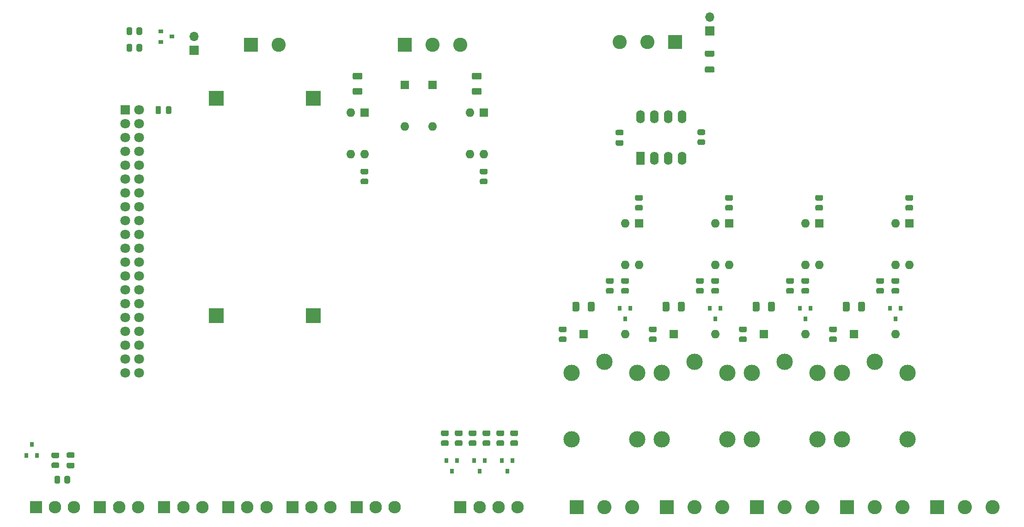
<source format=gbr>
%TF.GenerationSoftware,KiCad,Pcbnew,(5.1.10)-1*%
%TF.CreationDate,2021-11-14T18:54:03+01:00*%
%TF.ProjectId,RPi_ControllerBoard,5250695f-436f-46e7-9472-6f6c6c657242,01*%
%TF.SameCoordinates,Original*%
%TF.FileFunction,Soldermask,Top*%
%TF.FilePolarity,Negative*%
%FSLAX46Y46*%
G04 Gerber Fmt 4.6, Leading zero omitted, Abs format (unit mm)*
G04 Created by KiCad (PCBNEW (5.1.10)-1) date 2021-11-14 18:54:03*
%MOMM*%
%LPD*%
G01*
G04 APERTURE LIST*
%ADD10R,0.800000X0.900000*%
%ADD11O,1.600000X1.600000*%
%ADD12R,1.600000X1.600000*%
%ADD13R,2.600000X2.600000*%
%ADD14C,2.600000*%
%ADD15C,2.300000*%
%ADD16R,2.300000X2.300000*%
%ADD17R,1.700000X1.700000*%
%ADD18O,1.700000X1.700000*%
%ADD19C,3.000000*%
%ADD20R,0.900000X0.800000*%
%ADD21R,2.800000X2.800000*%
%ADD22R,1.800000X1.800000*%
%ADD23C,1.800000*%
%ADD24R,1.600000X2.400000*%
%ADD25O,1.600000X2.400000*%
G04 APERTURE END LIST*
%TO.C,R11*%
G36*
G01*
X187588999Y-57542000D02*
X188839001Y-57542000D01*
G75*
G02*
X189089000Y-57791999I0J-249999D01*
G01*
X189089000Y-58417001D01*
G75*
G02*
X188839001Y-58667000I-249999J0D01*
G01*
X187588999Y-58667000D01*
G75*
G02*
X187339000Y-58417001I0J249999D01*
G01*
X187339000Y-57791999D01*
G75*
G02*
X187588999Y-57542000I249999J0D01*
G01*
G37*
G36*
G01*
X187588999Y-54617000D02*
X188839001Y-54617000D01*
G75*
G02*
X189089000Y-54866999I0J-249999D01*
G01*
X189089000Y-55492001D01*
G75*
G02*
X188839001Y-55742000I-249999J0D01*
G01*
X187588999Y-55742000D01*
G75*
G02*
X187339000Y-55492001I0J249999D01*
G01*
X187339000Y-54866999D01*
G75*
G02*
X187588999Y-54617000I249999J0D01*
G01*
G37*
%TD*%
%TO.C,C1*%
G36*
G01*
X70645000Y-130244000D02*
X71595000Y-130244000D01*
G75*
G02*
X71845000Y-130494000I0J-250000D01*
G01*
X71845000Y-130994000D01*
G75*
G02*
X71595000Y-131244000I-250000J0D01*
G01*
X70645000Y-131244000D01*
G75*
G02*
X70395000Y-130994000I0J250000D01*
G01*
X70395000Y-130494000D01*
G75*
G02*
X70645000Y-130244000I250000J0D01*
G01*
G37*
G36*
G01*
X70645000Y-128344000D02*
X71595000Y-128344000D01*
G75*
G02*
X71845000Y-128594000I0J-250000D01*
G01*
X71845000Y-129094000D01*
G75*
G02*
X71595000Y-129344000I-250000J0D01*
G01*
X70645000Y-129344000D01*
G75*
G02*
X70395000Y-129094000I0J250000D01*
G01*
X70395000Y-128594000D01*
G75*
G02*
X70645000Y-128344000I250000J0D01*
G01*
G37*
%TD*%
%TO.C,C3*%
G36*
G01*
X89588000Y-65057000D02*
X89588000Y-66007000D01*
G75*
G02*
X89338000Y-66257000I-250000J0D01*
G01*
X88838000Y-66257000D01*
G75*
G02*
X88588000Y-66007000I0J250000D01*
G01*
X88588000Y-65057000D01*
G75*
G02*
X88838000Y-64807000I250000J0D01*
G01*
X89338000Y-64807000D01*
G75*
G02*
X89588000Y-65057000I0J-250000D01*
G01*
G37*
G36*
G01*
X87688000Y-65057000D02*
X87688000Y-66007000D01*
G75*
G02*
X87438000Y-66257000I-250000J0D01*
G01*
X86938000Y-66257000D01*
G75*
G02*
X86688000Y-66007000I0J250000D01*
G01*
X86688000Y-65057000D01*
G75*
G02*
X86938000Y-64807000I250000J0D01*
G01*
X87438000Y-64807000D01*
G75*
G02*
X87688000Y-65057000I0J-250000D01*
G01*
G37*
%TD*%
D10*
%TO.C,D1*%
X63058000Y-128889000D03*
X64958000Y-128889000D03*
X64008000Y-126889000D03*
%TD*%
D11*
%TO.C,D2*%
X132334000Y-68580000D03*
D12*
X132334000Y-60960000D03*
%TD*%
%TO.C,D3*%
X137414000Y-60960000D03*
D11*
X137414000Y-68580000D03*
%TD*%
%TO.C,D4*%
G36*
G01*
X123073000Y-61481000D02*
X124323000Y-61481000D01*
G75*
G02*
X124573000Y-61731000I0J-250000D01*
G01*
X124573000Y-62481000D01*
G75*
G02*
X124323000Y-62731000I-250000J0D01*
G01*
X123073000Y-62731000D01*
G75*
G02*
X122823000Y-62481000I0J250000D01*
G01*
X122823000Y-61731000D01*
G75*
G02*
X123073000Y-61481000I250000J0D01*
G01*
G37*
G36*
G01*
X123073000Y-58681000D02*
X124323000Y-58681000D01*
G75*
G02*
X124573000Y-58931000I0J-250000D01*
G01*
X124573000Y-59681000D01*
G75*
G02*
X124323000Y-59931000I-250000J0D01*
G01*
X123073000Y-59931000D01*
G75*
G02*
X122823000Y-59681000I0J250000D01*
G01*
X122823000Y-58931000D01*
G75*
G02*
X123073000Y-58681000I250000J0D01*
G01*
G37*
%TD*%
%TO.C,D5*%
G36*
G01*
X144917000Y-58681000D02*
X146167000Y-58681000D01*
G75*
G02*
X146417000Y-58931000I0J-250000D01*
G01*
X146417000Y-59681000D01*
G75*
G02*
X146167000Y-59931000I-250000J0D01*
G01*
X144917000Y-59931000D01*
G75*
G02*
X144667000Y-59681000I0J250000D01*
G01*
X144667000Y-58931000D01*
G75*
G02*
X144917000Y-58681000I250000J0D01*
G01*
G37*
G36*
G01*
X144917000Y-61481000D02*
X146167000Y-61481000D01*
G75*
G02*
X146417000Y-61731000I0J-250000D01*
G01*
X146417000Y-62481000D01*
G75*
G02*
X146167000Y-62731000I-250000J0D01*
G01*
X144917000Y-62731000D01*
G75*
G02*
X144667000Y-62481000I0J250000D01*
G01*
X144667000Y-61731000D01*
G75*
G02*
X144917000Y-61481000I250000J0D01*
G01*
G37*
%TD*%
%TO.C,D6*%
G36*
G01*
X164325000Y-100975000D02*
X164325000Y-102225000D01*
G75*
G02*
X164075000Y-102475000I-250000J0D01*
G01*
X163325000Y-102475000D01*
G75*
G02*
X163075000Y-102225000I0J250000D01*
G01*
X163075000Y-100975000D01*
G75*
G02*
X163325000Y-100725000I250000J0D01*
G01*
X164075000Y-100725000D01*
G75*
G02*
X164325000Y-100975000I0J-250000D01*
G01*
G37*
G36*
G01*
X167125000Y-100975000D02*
X167125000Y-102225000D01*
G75*
G02*
X166875000Y-102475000I-250000J0D01*
G01*
X166125000Y-102475000D01*
G75*
G02*
X165875000Y-102225000I0J250000D01*
G01*
X165875000Y-100975000D01*
G75*
G02*
X166125000Y-100725000I250000J0D01*
G01*
X166875000Y-100725000D01*
G75*
G02*
X167125000Y-100975000I0J-250000D01*
G01*
G37*
%TD*%
%TO.C,D7*%
G36*
G01*
X183635000Y-100975000D02*
X183635000Y-102225000D01*
G75*
G02*
X183385000Y-102475000I-250000J0D01*
G01*
X182635000Y-102475000D01*
G75*
G02*
X182385000Y-102225000I0J250000D01*
G01*
X182385000Y-100975000D01*
G75*
G02*
X182635000Y-100725000I250000J0D01*
G01*
X183385000Y-100725000D01*
G75*
G02*
X183635000Y-100975000I0J-250000D01*
G01*
G37*
G36*
G01*
X180835000Y-100975000D02*
X180835000Y-102225000D01*
G75*
G02*
X180585000Y-102475000I-250000J0D01*
G01*
X179835000Y-102475000D01*
G75*
G02*
X179585000Y-102225000I0J250000D01*
G01*
X179585000Y-100975000D01*
G75*
G02*
X179835000Y-100725000I250000J0D01*
G01*
X180585000Y-100725000D01*
G75*
G02*
X180835000Y-100975000I0J-250000D01*
G01*
G37*
%TD*%
%TO.C,D8*%
G36*
G01*
X200145000Y-100975000D02*
X200145000Y-102225000D01*
G75*
G02*
X199895000Y-102475000I-250000J0D01*
G01*
X199145000Y-102475000D01*
G75*
G02*
X198895000Y-102225000I0J250000D01*
G01*
X198895000Y-100975000D01*
G75*
G02*
X199145000Y-100725000I250000J0D01*
G01*
X199895000Y-100725000D01*
G75*
G02*
X200145000Y-100975000I0J-250000D01*
G01*
G37*
G36*
G01*
X197345000Y-100975000D02*
X197345000Y-102225000D01*
G75*
G02*
X197095000Y-102475000I-250000J0D01*
G01*
X196345000Y-102475000D01*
G75*
G02*
X196095000Y-102225000I0J250000D01*
G01*
X196095000Y-100975000D01*
G75*
G02*
X196345000Y-100725000I250000J0D01*
G01*
X197095000Y-100725000D01*
G75*
G02*
X197345000Y-100975000I0J-250000D01*
G01*
G37*
%TD*%
%TO.C,D9*%
G36*
G01*
X213855000Y-100975000D02*
X213855000Y-102225000D01*
G75*
G02*
X213605000Y-102475000I-250000J0D01*
G01*
X212855000Y-102475000D01*
G75*
G02*
X212605000Y-102225000I0J250000D01*
G01*
X212605000Y-100975000D01*
G75*
G02*
X212855000Y-100725000I250000J0D01*
G01*
X213605000Y-100725000D01*
G75*
G02*
X213855000Y-100975000I0J-250000D01*
G01*
G37*
G36*
G01*
X216655000Y-100975000D02*
X216655000Y-102225000D01*
G75*
G02*
X216405000Y-102475000I-250000J0D01*
G01*
X215655000Y-102475000D01*
G75*
G02*
X215405000Y-102225000I0J250000D01*
G01*
X215405000Y-100975000D01*
G75*
G02*
X215655000Y-100725000I250000J0D01*
G01*
X216405000Y-100725000D01*
G75*
G02*
X216655000Y-100975000I0J-250000D01*
G01*
G37*
%TD*%
D12*
%TO.C,D10*%
X165100000Y-106680000D03*
D11*
X172720000Y-106680000D03*
%TD*%
%TO.C,D11*%
X189230000Y-106680000D03*
D12*
X181610000Y-106680000D03*
%TD*%
D11*
%TO.C,D12*%
X205740000Y-106680000D03*
D12*
X198120000Y-106680000D03*
%TD*%
%TO.C,D13*%
X214630000Y-106680000D03*
D11*
X222250000Y-106680000D03*
%TD*%
D13*
%TO.C,J1*%
X104140000Y-53594000D03*
D14*
X109220000Y-53594000D03*
%TD*%
D15*
%TO.C,J2*%
X71770000Y-138430000D03*
X68270000Y-138430000D03*
D16*
X64770000Y-138430000D03*
%TD*%
%TO.C,J3*%
X76510000Y-138430000D03*
D15*
X80010000Y-138430000D03*
X83510000Y-138430000D03*
%TD*%
%TO.C,J4*%
X95265000Y-138430000D03*
X91765000Y-138430000D03*
D16*
X88265000Y-138430000D03*
%TD*%
%TO.C,J5*%
X100005000Y-138430000D03*
D15*
X103505000Y-138430000D03*
X107005000Y-138430000D03*
%TD*%
D16*
%TO.C,J6*%
X111760000Y-138430000D03*
D15*
X115260000Y-138430000D03*
X118760000Y-138430000D03*
%TD*%
D13*
%TO.C,J7*%
X132334000Y-53594000D03*
D14*
X137414000Y-53594000D03*
X142494000Y-53594000D03*
%TD*%
D15*
%TO.C,J8*%
X130525000Y-138430000D03*
X127025000Y-138430000D03*
D16*
X123525000Y-138430000D03*
%TD*%
D17*
%TO.C,J9*%
X93726000Y-54610000D03*
D18*
X93726000Y-52070000D03*
%TD*%
D16*
%TO.C,J10*%
X142550000Y-138430000D03*
D15*
X146050000Y-138430000D03*
X149550000Y-138430000D03*
X153050000Y-138430000D03*
%TD*%
D14*
%TO.C,J11*%
X173990000Y-138430000D03*
X168910000Y-138430000D03*
D13*
X163830000Y-138430000D03*
%TD*%
%TO.C,J12*%
X180340000Y-138430000D03*
D14*
X185420000Y-138430000D03*
X190500000Y-138430000D03*
%TD*%
%TO.C,J13*%
X207010000Y-138430000D03*
X201930000Y-138430000D03*
D13*
X196850000Y-138430000D03*
%TD*%
%TO.C,J14*%
X213360000Y-138430000D03*
D14*
X218440000Y-138430000D03*
X223520000Y-138430000D03*
%TD*%
%TO.C,J15*%
X240030000Y-138430000D03*
X234950000Y-138430000D03*
D13*
X229870000Y-138430000D03*
%TD*%
D19*
%TO.C,K1*%
X168910000Y-111760000D03*
X174910000Y-113760000D03*
X174910000Y-125960000D03*
X162910000Y-125960000D03*
X162910000Y-113760000D03*
%TD*%
%TO.C,K2*%
X185420000Y-111760000D03*
X191420000Y-113760000D03*
X191420000Y-125960000D03*
X179420000Y-125960000D03*
X179420000Y-113760000D03*
%TD*%
%TO.C,K3*%
X195930000Y-113760000D03*
X195930000Y-125960000D03*
X207930000Y-125960000D03*
X207930000Y-113760000D03*
X201930000Y-111760000D03*
%TD*%
%TO.C,K4*%
X212440000Y-113760000D03*
X212440000Y-125960000D03*
X224440000Y-125960000D03*
X224440000Y-113760000D03*
X218440000Y-111760000D03*
%TD*%
D20*
%TO.C,Q1*%
X89646000Y-52070000D03*
X87646000Y-53020000D03*
X87646000Y-51120000D03*
%TD*%
D10*
%TO.C,Q2*%
X152080000Y-129810000D03*
X150180000Y-129810000D03*
X151130000Y-131810000D03*
%TD*%
%TO.C,Q3*%
X146050000Y-131810000D03*
X145100000Y-129810000D03*
X147000000Y-129810000D03*
%TD*%
%TO.C,Q4*%
X141920000Y-129810000D03*
X140020000Y-129810000D03*
X140970000Y-131810000D03*
%TD*%
%TO.C,Q5*%
X172720000Y-103870000D03*
X171770000Y-101870000D03*
X173670000Y-101870000D03*
%TD*%
%TO.C,Q6*%
X190180000Y-101870000D03*
X188280000Y-101870000D03*
X189230000Y-103870000D03*
%TD*%
%TO.C,Q7*%
X206690000Y-101870000D03*
X204790000Y-101870000D03*
X205740000Y-103870000D03*
%TD*%
%TO.C,Q8*%
X222250000Y-103870000D03*
X221300000Y-101870000D03*
X223200000Y-101870000D03*
%TD*%
%TO.C,R1*%
G36*
G01*
X68776001Y-131219000D02*
X67875999Y-131219000D01*
G75*
G02*
X67626000Y-130969001I0J249999D01*
G01*
X67626000Y-130443999D01*
G75*
G02*
X67875999Y-130194000I249999J0D01*
G01*
X68776001Y-130194000D01*
G75*
G02*
X69026000Y-130443999I0J-249999D01*
G01*
X69026000Y-130969001D01*
G75*
G02*
X68776001Y-131219000I-249999J0D01*
G01*
G37*
G36*
G01*
X68776001Y-129394000D02*
X67875999Y-129394000D01*
G75*
G02*
X67626000Y-129144001I0J249999D01*
G01*
X67626000Y-128618999D01*
G75*
G02*
X67875999Y-128369000I249999J0D01*
G01*
X68776001Y-128369000D01*
G75*
G02*
X69026000Y-128618999I0J-249999D01*
G01*
X69026000Y-129144001D01*
G75*
G02*
X68776001Y-129394000I-249999J0D01*
G01*
G37*
%TD*%
%TO.C,R2*%
G36*
G01*
X71021000Y-132899999D02*
X71021000Y-133800001D01*
G75*
G02*
X70771001Y-134050000I-249999J0D01*
G01*
X70245999Y-134050000D01*
G75*
G02*
X69996000Y-133800001I0J249999D01*
G01*
X69996000Y-132899999D01*
G75*
G02*
X70245999Y-132650000I249999J0D01*
G01*
X70771001Y-132650000D01*
G75*
G02*
X71021000Y-132899999I0J-249999D01*
G01*
G37*
G36*
G01*
X69196000Y-132899999D02*
X69196000Y-133800001D01*
G75*
G02*
X68946001Y-134050000I-249999J0D01*
G01*
X68420999Y-134050000D01*
G75*
G02*
X68171000Y-133800001I0J249999D01*
G01*
X68171000Y-132899999D01*
G75*
G02*
X68420999Y-132650000I249999J0D01*
G01*
X68946001Y-132650000D01*
G75*
G02*
X69196000Y-132899999I0J-249999D01*
G01*
G37*
%TD*%
%TO.C,R9*%
G36*
G01*
X84229000Y-53651999D02*
X84229000Y-54552001D01*
G75*
G02*
X83979001Y-54802000I-249999J0D01*
G01*
X83453999Y-54802000D01*
G75*
G02*
X83204000Y-54552001I0J249999D01*
G01*
X83204000Y-53651999D01*
G75*
G02*
X83453999Y-53402000I249999J0D01*
G01*
X83979001Y-53402000D01*
G75*
G02*
X84229000Y-53651999I0J-249999D01*
G01*
G37*
G36*
G01*
X82404000Y-53651999D02*
X82404000Y-54552001D01*
G75*
G02*
X82154001Y-54802000I-249999J0D01*
G01*
X81628999Y-54802000D01*
G75*
G02*
X81379000Y-54552001I0J249999D01*
G01*
X81379000Y-53651999D01*
G75*
G02*
X81628999Y-53402000I249999J0D01*
G01*
X82154001Y-53402000D01*
G75*
G02*
X82404000Y-53651999I0J-249999D01*
G01*
G37*
%TD*%
%TO.C,R12*%
G36*
G01*
X82404000Y-50603999D02*
X82404000Y-51504001D01*
G75*
G02*
X82154001Y-51754000I-249999J0D01*
G01*
X81628999Y-51754000D01*
G75*
G02*
X81379000Y-51504001I0J249999D01*
G01*
X81379000Y-50603999D01*
G75*
G02*
X81628999Y-50354000I249999J0D01*
G01*
X82154001Y-50354000D01*
G75*
G02*
X82404000Y-50603999I0J-249999D01*
G01*
G37*
G36*
G01*
X84229000Y-50603999D02*
X84229000Y-51504001D01*
G75*
G02*
X83979001Y-51754000I-249999J0D01*
G01*
X83453999Y-51754000D01*
G75*
G02*
X83204000Y-51504001I0J249999D01*
G01*
X83204000Y-50603999D01*
G75*
G02*
X83453999Y-50354000I249999J0D01*
G01*
X83979001Y-50354000D01*
G75*
G02*
X84229000Y-50603999I0J-249999D01*
G01*
G37*
%TD*%
%TO.C,R13*%
G36*
G01*
X125418001Y-79149000D02*
X124517999Y-79149000D01*
G75*
G02*
X124268000Y-78899001I0J249999D01*
G01*
X124268000Y-78373999D01*
G75*
G02*
X124517999Y-78124000I249999J0D01*
G01*
X125418001Y-78124000D01*
G75*
G02*
X125668000Y-78373999I0J-249999D01*
G01*
X125668000Y-78899001D01*
G75*
G02*
X125418001Y-79149000I-249999J0D01*
G01*
G37*
G36*
G01*
X125418001Y-77324000D02*
X124517999Y-77324000D01*
G75*
G02*
X124268000Y-77074001I0J249999D01*
G01*
X124268000Y-76548999D01*
G75*
G02*
X124517999Y-76299000I249999J0D01*
G01*
X125418001Y-76299000D01*
G75*
G02*
X125668000Y-76548999I0J-249999D01*
G01*
X125668000Y-77074001D01*
G75*
G02*
X125418001Y-77324000I-249999J0D01*
G01*
G37*
%TD*%
%TO.C,R14*%
G36*
G01*
X147262001Y-77324000D02*
X146361999Y-77324000D01*
G75*
G02*
X146112000Y-77074001I0J249999D01*
G01*
X146112000Y-76548999D01*
G75*
G02*
X146361999Y-76299000I249999J0D01*
G01*
X147262001Y-76299000D01*
G75*
G02*
X147512000Y-76548999I0J-249999D01*
G01*
X147512000Y-77074001D01*
G75*
G02*
X147262001Y-77324000I-249999J0D01*
G01*
G37*
G36*
G01*
X147262001Y-79149000D02*
X146361999Y-79149000D01*
G75*
G02*
X146112000Y-78899001I0J249999D01*
G01*
X146112000Y-78373999D01*
G75*
G02*
X146361999Y-78124000I249999J0D01*
G01*
X147262001Y-78124000D01*
G75*
G02*
X147512000Y-78373999I0J-249999D01*
G01*
X147512000Y-78899001D01*
G75*
G02*
X147262001Y-79149000I-249999J0D01*
G01*
G37*
%TD*%
%TO.C,R15*%
G36*
G01*
X152850001Y-125330000D02*
X151949999Y-125330000D01*
G75*
G02*
X151700000Y-125080001I0J249999D01*
G01*
X151700000Y-124554999D01*
G75*
G02*
X151949999Y-124305000I249999J0D01*
G01*
X152850001Y-124305000D01*
G75*
G02*
X153100000Y-124554999I0J-249999D01*
G01*
X153100000Y-125080001D01*
G75*
G02*
X152850001Y-125330000I-249999J0D01*
G01*
G37*
G36*
G01*
X152850001Y-127155000D02*
X151949999Y-127155000D01*
G75*
G02*
X151700000Y-126905001I0J249999D01*
G01*
X151700000Y-126379999D01*
G75*
G02*
X151949999Y-126130000I249999J0D01*
G01*
X152850001Y-126130000D01*
G75*
G02*
X153100000Y-126379999I0J-249999D01*
G01*
X153100000Y-126905001D01*
G75*
G02*
X152850001Y-127155000I-249999J0D01*
G01*
G37*
%TD*%
%TO.C,R16*%
G36*
G01*
X147770001Y-127155000D02*
X146869999Y-127155000D01*
G75*
G02*
X146620000Y-126905001I0J249999D01*
G01*
X146620000Y-126379999D01*
G75*
G02*
X146869999Y-126130000I249999J0D01*
G01*
X147770001Y-126130000D01*
G75*
G02*
X148020000Y-126379999I0J-249999D01*
G01*
X148020000Y-126905001D01*
G75*
G02*
X147770001Y-127155000I-249999J0D01*
G01*
G37*
G36*
G01*
X147770001Y-125330000D02*
X146869999Y-125330000D01*
G75*
G02*
X146620000Y-125080001I0J249999D01*
G01*
X146620000Y-124554999D01*
G75*
G02*
X146869999Y-124305000I249999J0D01*
G01*
X147770001Y-124305000D01*
G75*
G02*
X148020000Y-124554999I0J-249999D01*
G01*
X148020000Y-125080001D01*
G75*
G02*
X147770001Y-125330000I-249999J0D01*
G01*
G37*
%TD*%
%TO.C,R17*%
G36*
G01*
X142690001Y-127155000D02*
X141789999Y-127155000D01*
G75*
G02*
X141540000Y-126905001I0J249999D01*
G01*
X141540000Y-126379999D01*
G75*
G02*
X141789999Y-126130000I249999J0D01*
G01*
X142690001Y-126130000D01*
G75*
G02*
X142940000Y-126379999I0J-249999D01*
G01*
X142940000Y-126905001D01*
G75*
G02*
X142690001Y-127155000I-249999J0D01*
G01*
G37*
G36*
G01*
X142690001Y-125330000D02*
X141789999Y-125330000D01*
G75*
G02*
X141540000Y-125080001I0J249999D01*
G01*
X141540000Y-124554999D01*
G75*
G02*
X141789999Y-124305000I249999J0D01*
G01*
X142690001Y-124305000D01*
G75*
G02*
X142940000Y-124554999I0J-249999D01*
G01*
X142940000Y-125080001D01*
G75*
G02*
X142690001Y-125330000I-249999J0D01*
G01*
G37*
%TD*%
%TO.C,R18*%
G36*
G01*
X150310001Y-127155000D02*
X149409999Y-127155000D01*
G75*
G02*
X149160000Y-126905001I0J249999D01*
G01*
X149160000Y-126379999D01*
G75*
G02*
X149409999Y-126130000I249999J0D01*
G01*
X150310001Y-126130000D01*
G75*
G02*
X150560000Y-126379999I0J-249999D01*
G01*
X150560000Y-126905001D01*
G75*
G02*
X150310001Y-127155000I-249999J0D01*
G01*
G37*
G36*
G01*
X150310001Y-125330000D02*
X149409999Y-125330000D01*
G75*
G02*
X149160000Y-125080001I0J249999D01*
G01*
X149160000Y-124554999D01*
G75*
G02*
X149409999Y-124305000I249999J0D01*
G01*
X150310001Y-124305000D01*
G75*
G02*
X150560000Y-124554999I0J-249999D01*
G01*
X150560000Y-125080001D01*
G75*
G02*
X150310001Y-125330000I-249999J0D01*
G01*
G37*
%TD*%
%TO.C,R19*%
G36*
G01*
X145230001Y-125330000D02*
X144329999Y-125330000D01*
G75*
G02*
X144080000Y-125080001I0J249999D01*
G01*
X144080000Y-124554999D01*
G75*
G02*
X144329999Y-124305000I249999J0D01*
G01*
X145230001Y-124305000D01*
G75*
G02*
X145480000Y-124554999I0J-249999D01*
G01*
X145480000Y-125080001D01*
G75*
G02*
X145230001Y-125330000I-249999J0D01*
G01*
G37*
G36*
G01*
X145230001Y-127155000D02*
X144329999Y-127155000D01*
G75*
G02*
X144080000Y-126905001I0J249999D01*
G01*
X144080000Y-126379999D01*
G75*
G02*
X144329999Y-126130000I249999J0D01*
G01*
X145230001Y-126130000D01*
G75*
G02*
X145480000Y-126379999I0J-249999D01*
G01*
X145480000Y-126905001D01*
G75*
G02*
X145230001Y-127155000I-249999J0D01*
G01*
G37*
%TD*%
%TO.C,R20*%
G36*
G01*
X140150001Y-127155000D02*
X139249999Y-127155000D01*
G75*
G02*
X139000000Y-126905001I0J249999D01*
G01*
X139000000Y-126379999D01*
G75*
G02*
X139249999Y-126130000I249999J0D01*
G01*
X140150001Y-126130000D01*
G75*
G02*
X140400000Y-126379999I0J-249999D01*
G01*
X140400000Y-126905001D01*
G75*
G02*
X140150001Y-127155000I-249999J0D01*
G01*
G37*
G36*
G01*
X140150001Y-125330000D02*
X139249999Y-125330000D01*
G75*
G02*
X139000000Y-125080001I0J249999D01*
G01*
X139000000Y-124554999D01*
G75*
G02*
X139249999Y-124305000I249999J0D01*
G01*
X140150001Y-124305000D01*
G75*
G02*
X140400000Y-124554999I0J-249999D01*
G01*
X140400000Y-125080001D01*
G75*
G02*
X140150001Y-125330000I-249999J0D01*
G01*
G37*
%TD*%
%TO.C,R21*%
G36*
G01*
X175710001Y-83975000D02*
X174809999Y-83975000D01*
G75*
G02*
X174560000Y-83725001I0J249999D01*
G01*
X174560000Y-83199999D01*
G75*
G02*
X174809999Y-82950000I249999J0D01*
G01*
X175710001Y-82950000D01*
G75*
G02*
X175960000Y-83199999I0J-249999D01*
G01*
X175960000Y-83725001D01*
G75*
G02*
X175710001Y-83975000I-249999J0D01*
G01*
G37*
G36*
G01*
X175710001Y-82150000D02*
X174809999Y-82150000D01*
G75*
G02*
X174560000Y-81900001I0J249999D01*
G01*
X174560000Y-81374999D01*
G75*
G02*
X174809999Y-81125000I249999J0D01*
G01*
X175710001Y-81125000D01*
G75*
G02*
X175960000Y-81374999I0J-249999D01*
G01*
X175960000Y-81900001D01*
G75*
G02*
X175710001Y-82150000I-249999J0D01*
G01*
G37*
%TD*%
%TO.C,R22*%
G36*
G01*
X192220001Y-82150000D02*
X191319999Y-82150000D01*
G75*
G02*
X191070000Y-81900001I0J249999D01*
G01*
X191070000Y-81374999D01*
G75*
G02*
X191319999Y-81125000I249999J0D01*
G01*
X192220001Y-81125000D01*
G75*
G02*
X192470000Y-81374999I0J-249999D01*
G01*
X192470000Y-81900001D01*
G75*
G02*
X192220001Y-82150000I-249999J0D01*
G01*
G37*
G36*
G01*
X192220001Y-83975000D02*
X191319999Y-83975000D01*
G75*
G02*
X191070000Y-83725001I0J249999D01*
G01*
X191070000Y-83199999D01*
G75*
G02*
X191319999Y-82950000I249999J0D01*
G01*
X192220001Y-82950000D01*
G75*
G02*
X192470000Y-83199999I0J-249999D01*
G01*
X192470000Y-83725001D01*
G75*
G02*
X192220001Y-83975000I-249999J0D01*
G01*
G37*
%TD*%
%TO.C,R23*%
G36*
G01*
X208730001Y-83975000D02*
X207829999Y-83975000D01*
G75*
G02*
X207580000Y-83725001I0J249999D01*
G01*
X207580000Y-83199999D01*
G75*
G02*
X207829999Y-82950000I249999J0D01*
G01*
X208730001Y-82950000D01*
G75*
G02*
X208980000Y-83199999I0J-249999D01*
G01*
X208980000Y-83725001D01*
G75*
G02*
X208730001Y-83975000I-249999J0D01*
G01*
G37*
G36*
G01*
X208730001Y-82150000D02*
X207829999Y-82150000D01*
G75*
G02*
X207580000Y-81900001I0J249999D01*
G01*
X207580000Y-81374999D01*
G75*
G02*
X207829999Y-81125000I249999J0D01*
G01*
X208730001Y-81125000D01*
G75*
G02*
X208980000Y-81374999I0J-249999D01*
G01*
X208980000Y-81900001D01*
G75*
G02*
X208730001Y-82150000I-249999J0D01*
G01*
G37*
%TD*%
%TO.C,R24*%
G36*
G01*
X225240001Y-82150000D02*
X224339999Y-82150000D01*
G75*
G02*
X224090000Y-81900001I0J249999D01*
G01*
X224090000Y-81374999D01*
G75*
G02*
X224339999Y-81125000I249999J0D01*
G01*
X225240001Y-81125000D01*
G75*
G02*
X225490000Y-81374999I0J-249999D01*
G01*
X225490000Y-81900001D01*
G75*
G02*
X225240001Y-82150000I-249999J0D01*
G01*
G37*
G36*
G01*
X225240001Y-83975000D02*
X224339999Y-83975000D01*
G75*
G02*
X224090000Y-83725001I0J249999D01*
G01*
X224090000Y-83199999D01*
G75*
G02*
X224339999Y-82950000I249999J0D01*
G01*
X225240001Y-82950000D01*
G75*
G02*
X225490000Y-83199999I0J-249999D01*
G01*
X225490000Y-83725001D01*
G75*
G02*
X225240001Y-83975000I-249999J0D01*
G01*
G37*
%TD*%
%TO.C,R25*%
G36*
G01*
X173170001Y-97390000D02*
X172269999Y-97390000D01*
G75*
G02*
X172020000Y-97140001I0J249999D01*
G01*
X172020000Y-96614999D01*
G75*
G02*
X172269999Y-96365000I249999J0D01*
G01*
X173170001Y-96365000D01*
G75*
G02*
X173420000Y-96614999I0J-249999D01*
G01*
X173420000Y-97140001D01*
G75*
G02*
X173170001Y-97390000I-249999J0D01*
G01*
G37*
G36*
G01*
X173170001Y-99215000D02*
X172269999Y-99215000D01*
G75*
G02*
X172020000Y-98965001I0J249999D01*
G01*
X172020000Y-98439999D01*
G75*
G02*
X172269999Y-98190000I249999J0D01*
G01*
X173170001Y-98190000D01*
G75*
G02*
X173420000Y-98439999I0J-249999D01*
G01*
X173420000Y-98965001D01*
G75*
G02*
X173170001Y-99215000I-249999J0D01*
G01*
G37*
%TD*%
%TO.C,R26*%
G36*
G01*
X189680001Y-97390000D02*
X188779999Y-97390000D01*
G75*
G02*
X188530000Y-97140001I0J249999D01*
G01*
X188530000Y-96614999D01*
G75*
G02*
X188779999Y-96365000I249999J0D01*
G01*
X189680001Y-96365000D01*
G75*
G02*
X189930000Y-96614999I0J-249999D01*
G01*
X189930000Y-97140001D01*
G75*
G02*
X189680001Y-97390000I-249999J0D01*
G01*
G37*
G36*
G01*
X189680001Y-99215000D02*
X188779999Y-99215000D01*
G75*
G02*
X188530000Y-98965001I0J249999D01*
G01*
X188530000Y-98439999D01*
G75*
G02*
X188779999Y-98190000I249999J0D01*
G01*
X189680001Y-98190000D01*
G75*
G02*
X189930000Y-98439999I0J-249999D01*
G01*
X189930000Y-98965001D01*
G75*
G02*
X189680001Y-99215000I-249999J0D01*
G01*
G37*
%TD*%
%TO.C,R27*%
G36*
G01*
X206190001Y-97390000D02*
X205289999Y-97390000D01*
G75*
G02*
X205040000Y-97140001I0J249999D01*
G01*
X205040000Y-96614999D01*
G75*
G02*
X205289999Y-96365000I249999J0D01*
G01*
X206190001Y-96365000D01*
G75*
G02*
X206440000Y-96614999I0J-249999D01*
G01*
X206440000Y-97140001D01*
G75*
G02*
X206190001Y-97390000I-249999J0D01*
G01*
G37*
G36*
G01*
X206190001Y-99215000D02*
X205289999Y-99215000D01*
G75*
G02*
X205040000Y-98965001I0J249999D01*
G01*
X205040000Y-98439999D01*
G75*
G02*
X205289999Y-98190000I249999J0D01*
G01*
X206190001Y-98190000D01*
G75*
G02*
X206440000Y-98439999I0J-249999D01*
G01*
X206440000Y-98965001D01*
G75*
G02*
X206190001Y-99215000I-249999J0D01*
G01*
G37*
%TD*%
%TO.C,R28*%
G36*
G01*
X222700001Y-97390000D02*
X221799999Y-97390000D01*
G75*
G02*
X221550000Y-97140001I0J249999D01*
G01*
X221550000Y-96614999D01*
G75*
G02*
X221799999Y-96365000I249999J0D01*
G01*
X222700001Y-96365000D01*
G75*
G02*
X222950000Y-96614999I0J-249999D01*
G01*
X222950000Y-97140001D01*
G75*
G02*
X222700001Y-97390000I-249999J0D01*
G01*
G37*
G36*
G01*
X222700001Y-99215000D02*
X221799999Y-99215000D01*
G75*
G02*
X221550000Y-98965001I0J249999D01*
G01*
X221550000Y-98439999D01*
G75*
G02*
X221799999Y-98190000I249999J0D01*
G01*
X222700001Y-98190000D01*
G75*
G02*
X222950000Y-98439999I0J-249999D01*
G01*
X222950000Y-98965001D01*
G75*
G02*
X222700001Y-99215000I-249999J0D01*
G01*
G37*
%TD*%
%TO.C,R29*%
G36*
G01*
X170376001Y-99215000D02*
X169475999Y-99215000D01*
G75*
G02*
X169226000Y-98965001I0J249999D01*
G01*
X169226000Y-98439999D01*
G75*
G02*
X169475999Y-98190000I249999J0D01*
G01*
X170376001Y-98190000D01*
G75*
G02*
X170626000Y-98439999I0J-249999D01*
G01*
X170626000Y-98965001D01*
G75*
G02*
X170376001Y-99215000I-249999J0D01*
G01*
G37*
G36*
G01*
X170376001Y-97390000D02*
X169475999Y-97390000D01*
G75*
G02*
X169226000Y-97140001I0J249999D01*
G01*
X169226000Y-96614999D01*
G75*
G02*
X169475999Y-96365000I249999J0D01*
G01*
X170376001Y-96365000D01*
G75*
G02*
X170626000Y-96614999I0J-249999D01*
G01*
X170626000Y-97140001D01*
G75*
G02*
X170376001Y-97390000I-249999J0D01*
G01*
G37*
%TD*%
%TO.C,R30*%
G36*
G01*
X186886001Y-97390000D02*
X185985999Y-97390000D01*
G75*
G02*
X185736000Y-97140001I0J249999D01*
G01*
X185736000Y-96614999D01*
G75*
G02*
X185985999Y-96365000I249999J0D01*
G01*
X186886001Y-96365000D01*
G75*
G02*
X187136000Y-96614999I0J-249999D01*
G01*
X187136000Y-97140001D01*
G75*
G02*
X186886001Y-97390000I-249999J0D01*
G01*
G37*
G36*
G01*
X186886001Y-99215000D02*
X185985999Y-99215000D01*
G75*
G02*
X185736000Y-98965001I0J249999D01*
G01*
X185736000Y-98439999D01*
G75*
G02*
X185985999Y-98190000I249999J0D01*
G01*
X186886001Y-98190000D01*
G75*
G02*
X187136000Y-98439999I0J-249999D01*
G01*
X187136000Y-98965001D01*
G75*
G02*
X186886001Y-99215000I-249999J0D01*
G01*
G37*
%TD*%
%TO.C,R31*%
G36*
G01*
X203396001Y-99215000D02*
X202495999Y-99215000D01*
G75*
G02*
X202246000Y-98965001I0J249999D01*
G01*
X202246000Y-98439999D01*
G75*
G02*
X202495999Y-98190000I249999J0D01*
G01*
X203396001Y-98190000D01*
G75*
G02*
X203646000Y-98439999I0J-249999D01*
G01*
X203646000Y-98965001D01*
G75*
G02*
X203396001Y-99215000I-249999J0D01*
G01*
G37*
G36*
G01*
X203396001Y-97390000D02*
X202495999Y-97390000D01*
G75*
G02*
X202246000Y-97140001I0J249999D01*
G01*
X202246000Y-96614999D01*
G75*
G02*
X202495999Y-96365000I249999J0D01*
G01*
X203396001Y-96365000D01*
G75*
G02*
X203646000Y-96614999I0J-249999D01*
G01*
X203646000Y-97140001D01*
G75*
G02*
X203396001Y-97390000I-249999J0D01*
G01*
G37*
%TD*%
%TO.C,R32*%
G36*
G01*
X219906001Y-97390000D02*
X219005999Y-97390000D01*
G75*
G02*
X218756000Y-97140001I0J249999D01*
G01*
X218756000Y-96614999D01*
G75*
G02*
X219005999Y-96365000I249999J0D01*
G01*
X219906001Y-96365000D01*
G75*
G02*
X220156000Y-96614999I0J-249999D01*
G01*
X220156000Y-97140001D01*
G75*
G02*
X219906001Y-97390000I-249999J0D01*
G01*
G37*
G36*
G01*
X219906001Y-99215000D02*
X219005999Y-99215000D01*
G75*
G02*
X218756000Y-98965001I0J249999D01*
G01*
X218756000Y-98439999D01*
G75*
G02*
X219005999Y-98190000I249999J0D01*
G01*
X219906001Y-98190000D01*
G75*
G02*
X220156000Y-98439999I0J-249999D01*
G01*
X220156000Y-98965001D01*
G75*
G02*
X219906001Y-99215000I-249999J0D01*
G01*
G37*
%TD*%
%TO.C,R33*%
G36*
G01*
X160839999Y-107080000D02*
X161740001Y-107080000D01*
G75*
G02*
X161990000Y-107329999I0J-249999D01*
G01*
X161990000Y-107855001D01*
G75*
G02*
X161740001Y-108105000I-249999J0D01*
G01*
X160839999Y-108105000D01*
G75*
G02*
X160590000Y-107855001I0J249999D01*
G01*
X160590000Y-107329999D01*
G75*
G02*
X160839999Y-107080000I249999J0D01*
G01*
G37*
G36*
G01*
X160839999Y-105255000D02*
X161740001Y-105255000D01*
G75*
G02*
X161990000Y-105504999I0J-249999D01*
G01*
X161990000Y-106030001D01*
G75*
G02*
X161740001Y-106280000I-249999J0D01*
G01*
X160839999Y-106280000D01*
G75*
G02*
X160590000Y-106030001I0J249999D01*
G01*
X160590000Y-105504999D01*
G75*
G02*
X160839999Y-105255000I249999J0D01*
G01*
G37*
%TD*%
%TO.C,R34*%
G36*
G01*
X177349999Y-105255000D02*
X178250001Y-105255000D01*
G75*
G02*
X178500000Y-105504999I0J-249999D01*
G01*
X178500000Y-106030001D01*
G75*
G02*
X178250001Y-106280000I-249999J0D01*
G01*
X177349999Y-106280000D01*
G75*
G02*
X177100000Y-106030001I0J249999D01*
G01*
X177100000Y-105504999D01*
G75*
G02*
X177349999Y-105255000I249999J0D01*
G01*
G37*
G36*
G01*
X177349999Y-107080000D02*
X178250001Y-107080000D01*
G75*
G02*
X178500000Y-107329999I0J-249999D01*
G01*
X178500000Y-107855001D01*
G75*
G02*
X178250001Y-108105000I-249999J0D01*
G01*
X177349999Y-108105000D01*
G75*
G02*
X177100000Y-107855001I0J249999D01*
G01*
X177100000Y-107329999D01*
G75*
G02*
X177349999Y-107080000I249999J0D01*
G01*
G37*
%TD*%
%TO.C,R35*%
G36*
G01*
X193859999Y-105255000D02*
X194760001Y-105255000D01*
G75*
G02*
X195010000Y-105504999I0J-249999D01*
G01*
X195010000Y-106030001D01*
G75*
G02*
X194760001Y-106280000I-249999J0D01*
G01*
X193859999Y-106280000D01*
G75*
G02*
X193610000Y-106030001I0J249999D01*
G01*
X193610000Y-105504999D01*
G75*
G02*
X193859999Y-105255000I249999J0D01*
G01*
G37*
G36*
G01*
X193859999Y-107080000D02*
X194760001Y-107080000D01*
G75*
G02*
X195010000Y-107329999I0J-249999D01*
G01*
X195010000Y-107855001D01*
G75*
G02*
X194760001Y-108105000I-249999J0D01*
G01*
X193859999Y-108105000D01*
G75*
G02*
X193610000Y-107855001I0J249999D01*
G01*
X193610000Y-107329999D01*
G75*
G02*
X193859999Y-107080000I249999J0D01*
G01*
G37*
%TD*%
%TO.C,R36*%
G36*
G01*
X210369999Y-107080000D02*
X211270001Y-107080000D01*
G75*
G02*
X211520000Y-107329999I0J-249999D01*
G01*
X211520000Y-107855001D01*
G75*
G02*
X211270001Y-108105000I-249999J0D01*
G01*
X210369999Y-108105000D01*
G75*
G02*
X210120000Y-107855001I0J249999D01*
G01*
X210120000Y-107329999D01*
G75*
G02*
X210369999Y-107080000I249999J0D01*
G01*
G37*
G36*
G01*
X210369999Y-105255000D02*
X211270001Y-105255000D01*
G75*
G02*
X211520000Y-105504999I0J-249999D01*
G01*
X211520000Y-106030001D01*
G75*
G02*
X211270001Y-106280000I-249999J0D01*
G01*
X210369999Y-106280000D01*
G75*
G02*
X210120000Y-106030001I0J249999D01*
G01*
X210120000Y-105504999D01*
G75*
G02*
X210369999Y-105255000I249999J0D01*
G01*
G37*
%TD*%
D21*
%TO.C,U1*%
X115570000Y-63362000D03*
X97790000Y-63362000D03*
X115570000Y-103262000D03*
X97790000Y-103262000D03*
%TD*%
D22*
%TO.C,U2*%
X81110000Y-65520000D03*
D23*
X83650000Y-65520000D03*
X81110000Y-68060000D03*
X83650000Y-68060000D03*
X81110000Y-70600000D03*
X83650000Y-70600000D03*
X81110000Y-73140000D03*
X83650000Y-73140000D03*
X81110000Y-75680000D03*
X83650000Y-75680000D03*
X81110000Y-78220000D03*
X83650000Y-78220000D03*
X81110000Y-80760000D03*
X83650000Y-80760000D03*
X81110000Y-83300000D03*
X83650000Y-83300000D03*
X81110000Y-85840000D03*
X83650000Y-85840000D03*
X81110000Y-88380000D03*
X83650000Y-88380000D03*
X81110000Y-90920000D03*
X83650000Y-90920000D03*
X81110000Y-93460000D03*
X83650000Y-93460000D03*
X81110000Y-96000000D03*
X83650000Y-96000000D03*
X81110000Y-98540000D03*
X83650000Y-98540000D03*
X81110000Y-101080000D03*
X83650000Y-101080000D03*
X81110000Y-103620000D03*
X83650000Y-103620000D03*
X81110000Y-106160000D03*
X83650000Y-106160000D03*
X81110000Y-108700000D03*
X83650000Y-108700000D03*
X81110000Y-111240000D03*
X83650000Y-111240000D03*
X81110000Y-113780000D03*
X83650000Y-113780000D03*
%TD*%
D11*
%TO.C,U3*%
X124968000Y-73660000D03*
X122428000Y-66040000D03*
X122428000Y-73660000D03*
D12*
X124968000Y-66040000D03*
%TD*%
%TO.C,U4*%
X146812000Y-66040000D03*
D11*
X144272000Y-73660000D03*
X144272000Y-66040000D03*
X146812000Y-73660000D03*
%TD*%
D12*
%TO.C,U5*%
X175260000Y-86360000D03*
D11*
X172720000Y-93980000D03*
X172720000Y-86360000D03*
X175260000Y-93980000D03*
%TD*%
%TO.C,U6*%
X191770000Y-93980000D03*
X189230000Y-86360000D03*
X189230000Y-93980000D03*
D12*
X191770000Y-86360000D03*
%TD*%
D11*
%TO.C,U7*%
X208280000Y-93980000D03*
X205740000Y-86360000D03*
X205740000Y-93980000D03*
D12*
X208280000Y-86360000D03*
%TD*%
%TO.C,U8*%
X224790000Y-86360000D03*
D11*
X222250000Y-93980000D03*
X222250000Y-86360000D03*
X224790000Y-93980000D03*
%TD*%
%TO.C,C5*%
G36*
G01*
X172179000Y-72062000D02*
X171229000Y-72062000D01*
G75*
G02*
X170979000Y-71812000I0J250000D01*
G01*
X170979000Y-71312000D01*
G75*
G02*
X171229000Y-71062000I250000J0D01*
G01*
X172179000Y-71062000D01*
G75*
G02*
X172429000Y-71312000I0J-250000D01*
G01*
X172429000Y-71812000D01*
G75*
G02*
X172179000Y-72062000I-250000J0D01*
G01*
G37*
G36*
G01*
X172179000Y-70162000D02*
X171229000Y-70162000D01*
G75*
G02*
X170979000Y-69912000I0J250000D01*
G01*
X170979000Y-69412000D01*
G75*
G02*
X171229000Y-69162000I250000J0D01*
G01*
X172179000Y-69162000D01*
G75*
G02*
X172429000Y-69412000I0J-250000D01*
G01*
X172429000Y-69912000D01*
G75*
G02*
X172179000Y-70162000I-250000J0D01*
G01*
G37*
%TD*%
D17*
%TO.C,J16*%
X188214000Y-51054000D03*
D18*
X188214000Y-48514000D03*
%TD*%
D13*
%TO.C,J17*%
X181864000Y-53086000D03*
D14*
X176784000Y-53086000D03*
X171704000Y-53086000D03*
%TD*%
%TO.C,R5*%
G36*
G01*
X187140001Y-70108500D02*
X186239999Y-70108500D01*
G75*
G02*
X185990000Y-69858501I0J249999D01*
G01*
X185990000Y-69333499D01*
G75*
G02*
X186239999Y-69083500I249999J0D01*
G01*
X187140001Y-69083500D01*
G75*
G02*
X187390000Y-69333499I0J-249999D01*
G01*
X187390000Y-69858501D01*
G75*
G02*
X187140001Y-70108500I-249999J0D01*
G01*
G37*
G36*
G01*
X187140001Y-71933500D02*
X186239999Y-71933500D01*
G75*
G02*
X185990000Y-71683501I0J249999D01*
G01*
X185990000Y-71158499D01*
G75*
G02*
X186239999Y-70908500I249999J0D01*
G01*
X187140001Y-70908500D01*
G75*
G02*
X187390000Y-71158499I0J-249999D01*
G01*
X187390000Y-71683501D01*
G75*
G02*
X187140001Y-71933500I-249999J0D01*
G01*
G37*
%TD*%
D24*
%TO.C,U9*%
X175514000Y-74422000D03*
D25*
X183134000Y-66802000D03*
X178054000Y-74422000D03*
X180594000Y-66802000D03*
X180594000Y-74422000D03*
X178054000Y-66802000D03*
X183134000Y-74422000D03*
X175514000Y-66802000D03*
%TD*%
M02*

</source>
